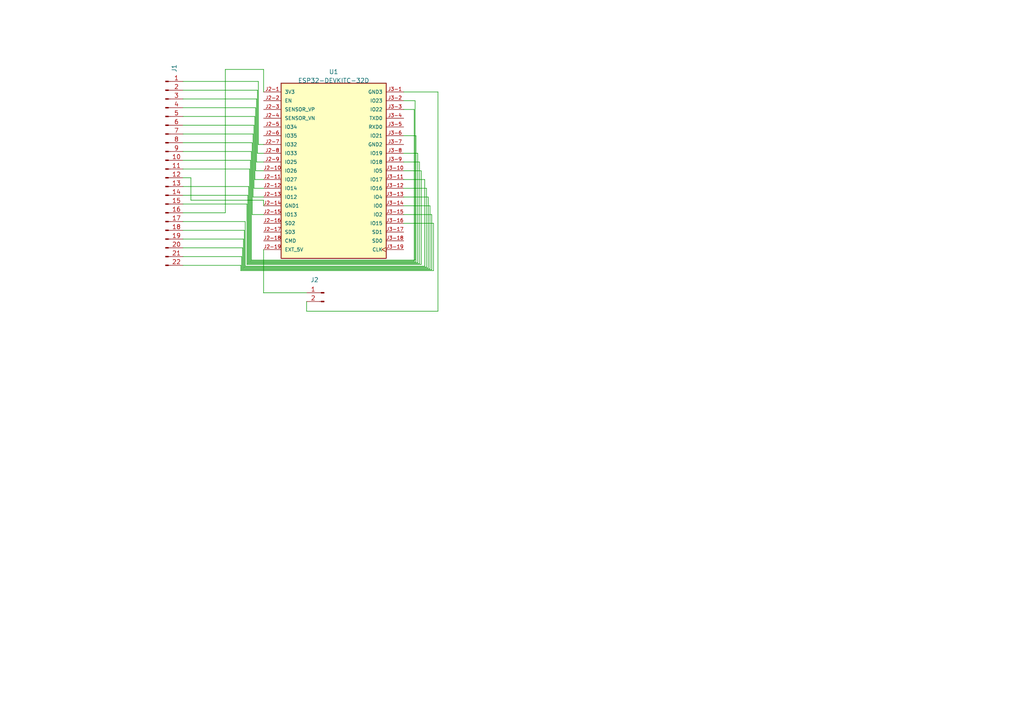
<source format=kicad_sch>
(kicad_sch (version 20230121) (generator eeschema)

  (uuid 983f6912-3102-447c-a297-908b2412ac9d)

  (paper "A4")

  (lib_symbols
    (symbol "Connector:Conn_01x02_Pin" (pin_names (offset 1.016) hide) (in_bom yes) (on_board yes)
      (property "Reference" "J" (at 0 2.54 0)
        (effects (font (size 1.27 1.27)))
      )
      (property "Value" "Conn_01x02_Pin" (at 0 -5.08 0)
        (effects (font (size 1.27 1.27)))
      )
      (property "Footprint" "" (at 0 0 0)
        (effects (font (size 1.27 1.27)) hide)
      )
      (property "Datasheet" "~" (at 0 0 0)
        (effects (font (size 1.27 1.27)) hide)
      )
      (property "ki_locked" "" (at 0 0 0)
        (effects (font (size 1.27 1.27)))
      )
      (property "ki_keywords" "connector" (at 0 0 0)
        (effects (font (size 1.27 1.27)) hide)
      )
      (property "ki_description" "Generic connector, single row, 01x02, script generated" (at 0 0 0)
        (effects (font (size 1.27 1.27)) hide)
      )
      (property "ki_fp_filters" "Connector*:*_1x??_*" (at 0 0 0)
        (effects (font (size 1.27 1.27)) hide)
      )
      (symbol "Conn_01x02_Pin_1_1"
        (polyline
          (pts
            (xy 1.27 -2.54)
            (xy 0.8636 -2.54)
          )
          (stroke (width 0.1524) (type default))
          (fill (type none))
        )
        (polyline
          (pts
            (xy 1.27 0)
            (xy 0.8636 0)
          )
          (stroke (width 0.1524) (type default))
          (fill (type none))
        )
        (rectangle (start 0.8636 -2.413) (end 0 -2.667)
          (stroke (width 0.1524) (type default))
          (fill (type outline))
        )
        (rectangle (start 0.8636 0.127) (end 0 -0.127)
          (stroke (width 0.1524) (type default))
          (fill (type outline))
        )
        (pin passive line (at 5.08 0 180) (length 3.81)
          (name "Pin_1" (effects (font (size 1.27 1.27))))
          (number "1" (effects (font (size 1.27 1.27))))
        )
        (pin passive line (at 5.08 -2.54 180) (length 3.81)
          (name "Pin_2" (effects (font (size 1.27 1.27))))
          (number "2" (effects (font (size 1.27 1.27))))
        )
      )
    )
    (symbol "Connector:Conn_01x22_Pin" (pin_names (offset 1.016) hide) (in_bom yes) (on_board yes)
      (property "Reference" "J" (at 0 27.94 0)
        (effects (font (size 1.27 1.27)))
      )
      (property "Value" "Conn_01x22_Pin" (at 0 -30.48 0)
        (effects (font (size 1.27 1.27)))
      )
      (property "Footprint" "" (at 0 0 0)
        (effects (font (size 1.27 1.27)) hide)
      )
      (property "Datasheet" "~" (at 0 0 0)
        (effects (font (size 1.27 1.27)) hide)
      )
      (property "ki_locked" "" (at 0 0 0)
        (effects (font (size 1.27 1.27)))
      )
      (property "ki_keywords" "connector" (at 0 0 0)
        (effects (font (size 1.27 1.27)) hide)
      )
      (property "ki_description" "Generic connector, single row, 01x22, script generated" (at 0 0 0)
        (effects (font (size 1.27 1.27)) hide)
      )
      (property "ki_fp_filters" "Connector*:*_1x??_*" (at 0 0 0)
        (effects (font (size 1.27 1.27)) hide)
      )
      (symbol "Conn_01x22_Pin_1_1"
        (polyline
          (pts
            (xy 1.27 -27.94)
            (xy 0.8636 -27.94)
          )
          (stroke (width 0.1524) (type default))
          (fill (type none))
        )
        (polyline
          (pts
            (xy 1.27 -25.4)
            (xy 0.8636 -25.4)
          )
          (stroke (width 0.1524) (type default))
          (fill (type none))
        )
        (polyline
          (pts
            (xy 1.27 -22.86)
            (xy 0.8636 -22.86)
          )
          (stroke (width 0.1524) (type default))
          (fill (type none))
        )
        (polyline
          (pts
            (xy 1.27 -20.32)
            (xy 0.8636 -20.32)
          )
          (stroke (width 0.1524) (type default))
          (fill (type none))
        )
        (polyline
          (pts
            (xy 1.27 -17.78)
            (xy 0.8636 -17.78)
          )
          (stroke (width 0.1524) (type default))
          (fill (type none))
        )
        (polyline
          (pts
            (xy 1.27 -15.24)
            (xy 0.8636 -15.24)
          )
          (stroke (width 0.1524) (type default))
          (fill (type none))
        )
        (polyline
          (pts
            (xy 1.27 -12.7)
            (xy 0.8636 -12.7)
          )
          (stroke (width 0.1524) (type default))
          (fill (type none))
        )
        (polyline
          (pts
            (xy 1.27 -10.16)
            (xy 0.8636 -10.16)
          )
          (stroke (width 0.1524) (type default))
          (fill (type none))
        )
        (polyline
          (pts
            (xy 1.27 -7.62)
            (xy 0.8636 -7.62)
          )
          (stroke (width 0.1524) (type default))
          (fill (type none))
        )
        (polyline
          (pts
            (xy 1.27 -5.08)
            (xy 0.8636 -5.08)
          )
          (stroke (width 0.1524) (type default))
          (fill (type none))
        )
        (polyline
          (pts
            (xy 1.27 -2.54)
            (xy 0.8636 -2.54)
          )
          (stroke (width 0.1524) (type default))
          (fill (type none))
        )
        (polyline
          (pts
            (xy 1.27 0)
            (xy 0.8636 0)
          )
          (stroke (width 0.1524) (type default))
          (fill (type none))
        )
        (polyline
          (pts
            (xy 1.27 2.54)
            (xy 0.8636 2.54)
          )
          (stroke (width 0.1524) (type default))
          (fill (type none))
        )
        (polyline
          (pts
            (xy 1.27 5.08)
            (xy 0.8636 5.08)
          )
          (stroke (width 0.1524) (type default))
          (fill (type none))
        )
        (polyline
          (pts
            (xy 1.27 7.62)
            (xy 0.8636 7.62)
          )
          (stroke (width 0.1524) (type default))
          (fill (type none))
        )
        (polyline
          (pts
            (xy 1.27 10.16)
            (xy 0.8636 10.16)
          )
          (stroke (width 0.1524) (type default))
          (fill (type none))
        )
        (polyline
          (pts
            (xy 1.27 12.7)
            (xy 0.8636 12.7)
          )
          (stroke (width 0.1524) (type default))
          (fill (type none))
        )
        (polyline
          (pts
            (xy 1.27 15.24)
            (xy 0.8636 15.24)
          )
          (stroke (width 0.1524) (type default))
          (fill (type none))
        )
        (polyline
          (pts
            (xy 1.27 17.78)
            (xy 0.8636 17.78)
          )
          (stroke (width 0.1524) (type default))
          (fill (type none))
        )
        (polyline
          (pts
            (xy 1.27 20.32)
            (xy 0.8636 20.32)
          )
          (stroke (width 0.1524) (type default))
          (fill (type none))
        )
        (polyline
          (pts
            (xy 1.27 22.86)
            (xy 0.8636 22.86)
          )
          (stroke (width 0.1524) (type default))
          (fill (type none))
        )
        (polyline
          (pts
            (xy 1.27 25.4)
            (xy 0.8636 25.4)
          )
          (stroke (width 0.1524) (type default))
          (fill (type none))
        )
        (rectangle (start 0.8636 -27.813) (end 0 -28.067)
          (stroke (width 0.1524) (type default))
          (fill (type outline))
        )
        (rectangle (start 0.8636 -25.273) (end 0 -25.527)
          (stroke (width 0.1524) (type default))
          (fill (type outline))
        )
        (rectangle (start 0.8636 -22.733) (end 0 -22.987)
          (stroke (width 0.1524) (type default))
          (fill (type outline))
        )
        (rectangle (start 0.8636 -20.193) (end 0 -20.447)
          (stroke (width 0.1524) (type default))
          (fill (type outline))
        )
        (rectangle (start 0.8636 -17.653) (end 0 -17.907)
          (stroke (width 0.1524) (type default))
          (fill (type outline))
        )
        (rectangle (start 0.8636 -15.113) (end 0 -15.367)
          (stroke (width 0.1524) (type default))
          (fill (type outline))
        )
        (rectangle (start 0.8636 -12.573) (end 0 -12.827)
          (stroke (width 0.1524) (type default))
          (fill (type outline))
        )
        (rectangle (start 0.8636 -10.033) (end 0 -10.287)
          (stroke (width 0.1524) (type default))
          (fill (type outline))
        )
        (rectangle (start 0.8636 -7.493) (end 0 -7.747)
          (stroke (width 0.1524) (type default))
          (fill (type outline))
        )
        (rectangle (start 0.8636 -4.953) (end 0 -5.207)
          (stroke (width 0.1524) (type default))
          (fill (type outline))
        )
        (rectangle (start 0.8636 -2.413) (end 0 -2.667)
          (stroke (width 0.1524) (type default))
          (fill (type outline))
        )
        (rectangle (start 0.8636 0.127) (end 0 -0.127)
          (stroke (width 0.1524) (type default))
          (fill (type outline))
        )
        (rectangle (start 0.8636 2.667) (end 0 2.413)
          (stroke (width 0.1524) (type default))
          (fill (type outline))
        )
        (rectangle (start 0.8636 5.207) (end 0 4.953)
          (stroke (width 0.1524) (type default))
          (fill (type outline))
        )
        (rectangle (start 0.8636 7.747) (end 0 7.493)
          (stroke (width 0.1524) (type default))
          (fill (type outline))
        )
        (rectangle (start 0.8636 10.287) (end 0 10.033)
          (stroke (width 0.1524) (type default))
          (fill (type outline))
        )
        (rectangle (start 0.8636 12.827) (end 0 12.573)
          (stroke (width 0.1524) (type default))
          (fill (type outline))
        )
        (rectangle (start 0.8636 15.367) (end 0 15.113)
          (stroke (width 0.1524) (type default))
          (fill (type outline))
        )
        (rectangle (start 0.8636 17.907) (end 0 17.653)
          (stroke (width 0.1524) (type default))
          (fill (type outline))
        )
        (rectangle (start 0.8636 20.447) (end 0 20.193)
          (stroke (width 0.1524) (type default))
          (fill (type outline))
        )
        (rectangle (start 0.8636 22.987) (end 0 22.733)
          (stroke (width 0.1524) (type default))
          (fill (type outline))
        )
        (rectangle (start 0.8636 25.527) (end 0 25.273)
          (stroke (width 0.1524) (type default))
          (fill (type outline))
        )
        (pin passive line (at 5.08 25.4 180) (length 3.81)
          (name "Pin_1" (effects (font (size 1.27 1.27))))
          (number "1" (effects (font (size 1.27 1.27))))
        )
        (pin passive line (at 5.08 2.54 180) (length 3.81)
          (name "Pin_10" (effects (font (size 1.27 1.27))))
          (number "10" (effects (font (size 1.27 1.27))))
        )
        (pin passive line (at 5.08 0 180) (length 3.81)
          (name "Pin_11" (effects (font (size 1.27 1.27))))
          (number "11" (effects (font (size 1.27 1.27))))
        )
        (pin passive line (at 5.08 -2.54 180) (length 3.81)
          (name "Pin_12" (effects (font (size 1.27 1.27))))
          (number "12" (effects (font (size 1.27 1.27))))
        )
        (pin passive line (at 5.08 -5.08 180) (length 3.81)
          (name "Pin_13" (effects (font (size 1.27 1.27))))
          (number "13" (effects (font (size 1.27 1.27))))
        )
        (pin passive line (at 5.08 -7.62 180) (length 3.81)
          (name "Pin_14" (effects (font (size 1.27 1.27))))
          (number "14" (effects (font (size 1.27 1.27))))
        )
        (pin passive line (at 5.08 -10.16 180) (length 3.81)
          (name "Pin_15" (effects (font (size 1.27 1.27))))
          (number "15" (effects (font (size 1.27 1.27))))
        )
        (pin passive line (at 5.08 -12.7 180) (length 3.81)
          (name "Pin_16" (effects (font (size 1.27 1.27))))
          (number "16" (effects (font (size 1.27 1.27))))
        )
        (pin passive line (at 5.08 -15.24 180) (length 3.81)
          (name "Pin_17" (effects (font (size 1.27 1.27))))
          (number "17" (effects (font (size 1.27 1.27))))
        )
        (pin passive line (at 5.08 -17.78 180) (length 3.81)
          (name "Pin_18" (effects (font (size 1.27 1.27))))
          (number "18" (effects (font (size 1.27 1.27))))
        )
        (pin passive line (at 5.08 -20.32 180) (length 3.81)
          (name "Pin_19" (effects (font (size 1.27 1.27))))
          (number "19" (effects (font (size 1.27 1.27))))
        )
        (pin passive line (at 5.08 22.86 180) (length 3.81)
          (name "Pin_2" (effects (font (size 1.27 1.27))))
          (number "2" (effects (font (size 1.27 1.27))))
        )
        (pin passive line (at 5.08 -22.86 180) (length 3.81)
          (name "Pin_20" (effects (font (size 1.27 1.27))))
          (number "20" (effects (font (size 1.27 1.27))))
        )
        (pin passive line (at 5.08 -25.4 180) (length 3.81)
          (name "Pin_21" (effects (font (size 1.27 1.27))))
          (number "21" (effects (font (size 1.27 1.27))))
        )
        (pin passive line (at 5.08 -27.94 180) (length 3.81)
          (name "Pin_22" (effects (font (size 1.27 1.27))))
          (number "22" (effects (font (size 1.27 1.27))))
        )
        (pin passive line (at 5.08 20.32 180) (length 3.81)
          (name "Pin_3" (effects (font (size 1.27 1.27))))
          (number "3" (effects (font (size 1.27 1.27))))
        )
        (pin passive line (at 5.08 17.78 180) (length 3.81)
          (name "Pin_4" (effects (font (size 1.27 1.27))))
          (number "4" (effects (font (size 1.27 1.27))))
        )
        (pin passive line (at 5.08 15.24 180) (length 3.81)
          (name "Pin_5" (effects (font (size 1.27 1.27))))
          (number "5" (effects (font (size 1.27 1.27))))
        )
        (pin passive line (at 5.08 12.7 180) (length 3.81)
          (name "Pin_6" (effects (font (size 1.27 1.27))))
          (number "6" (effects (font (size 1.27 1.27))))
        )
        (pin passive line (at 5.08 10.16 180) (length 3.81)
          (name "Pin_7" (effects (font (size 1.27 1.27))))
          (number "7" (effects (font (size 1.27 1.27))))
        )
        (pin passive line (at 5.08 7.62 180) (length 3.81)
          (name "Pin_8" (effects (font (size 1.27 1.27))))
          (number "8" (effects (font (size 1.27 1.27))))
        )
        (pin passive line (at 5.08 5.08 180) (length 3.81)
          (name "Pin_9" (effects (font (size 1.27 1.27))))
          (number "9" (effects (font (size 1.27 1.27))))
        )
      )
    )
    (symbol "ESP32 38-PIN:ESP32-DEVKITC-32D" (pin_names (offset 1.016)) (in_bom yes) (on_board yes)
      (property "Reference" "U" (at -15.2572 26.0643 0)
        (effects (font (size 1.27 1.27)) (justify left bottom))
      )
      (property "Value" "ESP32-DEVKITC-32D" (at -15.2563 -27.9698 0)
        (effects (font (size 1.27 1.27)) (justify left bottom))
      )
      (property "Footprint" "ESP32-DEVKITC-32D:MODULE_ESP32-DEVKITC-32D" (at 0 0 0)
        (effects (font (size 1.27 1.27)) (justify bottom) hide)
      )
      (property "Datasheet" "" (at 0 0 0)
        (effects (font (size 1.27 1.27)) hide)
      )
      (property "MF" "Espressif Systems" (at 0 0 0)
        (effects (font (size 1.27 1.27)) (justify bottom) hide)
      )
      (property "MAXIMUM_PACKAGE_HEIGHT" "N/A" (at 0 0 0)
        (effects (font (size 1.27 1.27)) (justify bottom) hide)
      )
      (property "Package" "None" (at 0 0 0)
        (effects (font (size 1.27 1.27)) (justify bottom) hide)
      )
      (property "Price" "None" (at 0 0 0)
        (effects (font (size 1.27 1.27)) (justify bottom) hide)
      )
      (property "Check_prices" "https://www.snapeda.com/parts/ESP32-DEVKITC-32D/Espressif+Systems/view-part/?ref=eda" (at 0 0 0)
        (effects (font (size 1.27 1.27)) (justify bottom) hide)
      )
      (property "STANDARD" "Manufacturer Recommendations" (at 0 0 0)
        (effects (font (size 1.27 1.27)) (justify bottom) hide)
      )
      (property "PARTREV" "V4" (at 0 0 0)
        (effects (font (size 1.27 1.27)) (justify bottom) hide)
      )
      (property "SnapEDA_Link" "https://www.snapeda.com/parts/ESP32-DEVKITC-32D/Espressif+Systems/view-part/?ref=snap" (at 0 0 0)
        (effects (font (size 1.27 1.27)) (justify bottom) hide)
      )
      (property "MP" "ESP32-DEVKITC-32D" (at 0 0 0)
        (effects (font (size 1.27 1.27)) (justify bottom) hide)
      )
      (property "Description" "\nWiFi Development Tools (802.11) ESP32 General Development Kit, ESP32-WROOM-32D on the board\n" (at 0 0 0)
        (effects (font (size 1.27 1.27)) (justify bottom) hide)
      )
      (property "MANUFACTURER" "Espressif Systems" (at 0 0 0)
        (effects (font (size 1.27 1.27)) (justify bottom) hide)
      )
      (property "Availability" "In Stock" (at 0 0 0)
        (effects (font (size 1.27 1.27)) (justify bottom) hide)
      )
      (property "SNAPEDA_PN" "ESP32-DEVKITC-32D" (at 0 0 0)
        (effects (font (size 1.27 1.27)) (justify bottom) hide)
      )
      (symbol "ESP32-DEVKITC-32D_0_0"
        (rectangle (start -15.24 -25.4) (end 15.24 25.4)
          (stroke (width 0.254) (type default))
          (fill (type background))
        )
        (pin power_in line (at -20.32 22.86 0) (length 5.08)
          (name "3V3" (effects (font (size 1.016 1.016))))
          (number "J2-1" (effects (font (size 1.016 1.016))))
        )
        (pin bidirectional line (at -20.32 0 0) (length 5.08)
          (name "IO26" (effects (font (size 1.016 1.016))))
          (number "J2-10" (effects (font (size 1.016 1.016))))
        )
        (pin bidirectional line (at -20.32 -2.54 0) (length 5.08)
          (name "IO27" (effects (font (size 1.016 1.016))))
          (number "J2-11" (effects (font (size 1.016 1.016))))
        )
        (pin bidirectional line (at -20.32 -5.08 0) (length 5.08)
          (name "IO14" (effects (font (size 1.016 1.016))))
          (number "J2-12" (effects (font (size 1.016 1.016))))
        )
        (pin bidirectional line (at -20.32 -7.62 0) (length 5.08)
          (name "IO12" (effects (font (size 1.016 1.016))))
          (number "J2-13" (effects (font (size 1.016 1.016))))
        )
        (pin power_in line (at -20.32 -10.16 0) (length 5.08)
          (name "GND1" (effects (font (size 1.016 1.016))))
          (number "J2-14" (effects (font (size 1.016 1.016))))
        )
        (pin bidirectional line (at -20.32 -12.7 0) (length 5.08)
          (name "IO13" (effects (font (size 1.016 1.016))))
          (number "J2-15" (effects (font (size 1.016 1.016))))
        )
        (pin bidirectional line (at -20.32 -15.24 0) (length 5.08)
          (name "SD2" (effects (font (size 1.016 1.016))))
          (number "J2-16" (effects (font (size 1.016 1.016))))
        )
        (pin bidirectional line (at -20.32 -17.78 0) (length 5.08)
          (name "SD3" (effects (font (size 1.016 1.016))))
          (number "J2-17" (effects (font (size 1.016 1.016))))
        )
        (pin bidirectional line (at -20.32 -20.32 0) (length 5.08)
          (name "CMD" (effects (font (size 1.016 1.016))))
          (number "J2-18" (effects (font (size 1.016 1.016))))
        )
        (pin power_in line (at -20.32 -22.86 0) (length 5.08)
          (name "EXT_5V" (effects (font (size 1.016 1.016))))
          (number "J2-19" (effects (font (size 1.016 1.016))))
        )
        (pin input line (at -20.32 20.32 0) (length 5.08)
          (name "EN" (effects (font (size 1.016 1.016))))
          (number "J2-2" (effects (font (size 1.016 1.016))))
        )
        (pin input line (at -20.32 17.78 0) (length 5.08)
          (name "SENSOR_VP" (effects (font (size 1.016 1.016))))
          (number "J2-3" (effects (font (size 1.016 1.016))))
        )
        (pin input line (at -20.32 15.24 0) (length 5.08)
          (name "SENSOR_VN" (effects (font (size 1.016 1.016))))
          (number "J2-4" (effects (font (size 1.016 1.016))))
        )
        (pin bidirectional line (at -20.32 12.7 0) (length 5.08)
          (name "IO34" (effects (font (size 1.016 1.016))))
          (number "J2-5" (effects (font (size 1.016 1.016))))
        )
        (pin bidirectional line (at -20.32 10.16 0) (length 5.08)
          (name "IO35" (effects (font (size 1.016 1.016))))
          (number "J2-6" (effects (font (size 1.016 1.016))))
        )
        (pin bidirectional line (at -20.32 7.62 0) (length 5.08)
          (name "IO32" (effects (font (size 1.016 1.016))))
          (number "J2-7" (effects (font (size 1.016 1.016))))
        )
        (pin bidirectional line (at -20.32 5.08 0) (length 5.08)
          (name "IO33" (effects (font (size 1.016 1.016))))
          (number "J2-8" (effects (font (size 1.016 1.016))))
        )
        (pin bidirectional line (at -20.32 2.54 0) (length 5.08)
          (name "IO25" (effects (font (size 1.016 1.016))))
          (number "J2-9" (effects (font (size 1.016 1.016))))
        )
        (pin power_in line (at 20.32 22.86 180) (length 5.08)
          (name "GND3" (effects (font (size 1.016 1.016))))
          (number "J3-1" (effects (font (size 1.016 1.016))))
        )
        (pin bidirectional line (at 20.32 0 180) (length 5.08)
          (name "IO5" (effects (font (size 1.016 1.016))))
          (number "J3-10" (effects (font (size 1.016 1.016))))
        )
        (pin bidirectional line (at 20.32 -2.54 180) (length 5.08)
          (name "IO17" (effects (font (size 1.016 1.016))))
          (number "J3-11" (effects (font (size 1.016 1.016))))
        )
        (pin bidirectional line (at 20.32 -5.08 180) (length 5.08)
          (name "IO16" (effects (font (size 1.016 1.016))))
          (number "J3-12" (effects (font (size 1.016 1.016))))
        )
        (pin bidirectional line (at 20.32 -7.62 180) (length 5.08)
          (name "IO4" (effects (font (size 1.016 1.016))))
          (number "J3-13" (effects (font (size 1.016 1.016))))
        )
        (pin bidirectional line (at 20.32 -10.16 180) (length 5.08)
          (name "IO0" (effects (font (size 1.016 1.016))))
          (number "J3-14" (effects (font (size 1.016 1.016))))
        )
        (pin bidirectional line (at 20.32 -12.7 180) (length 5.08)
          (name "IO2" (effects (font (size 1.016 1.016))))
          (number "J3-15" (effects (font (size 1.016 1.016))))
        )
        (pin bidirectional line (at 20.32 -15.24 180) (length 5.08)
          (name "IO15" (effects (font (size 1.016 1.016))))
          (number "J3-16" (effects (font (size 1.016 1.016))))
        )
        (pin bidirectional line (at 20.32 -17.78 180) (length 5.08)
          (name "SD1" (effects (font (size 1.016 1.016))))
          (number "J3-17" (effects (font (size 1.016 1.016))))
        )
        (pin bidirectional line (at 20.32 -20.32 180) (length 5.08)
          (name "SD0" (effects (font (size 1.016 1.016))))
          (number "J3-18" (effects (font (size 1.016 1.016))))
        )
        (pin input clock (at 20.32 -22.86 180) (length 5.08)
          (name "CLK" (effects (font (size 1.016 1.016))))
          (number "J3-19" (effects (font (size 1.016 1.016))))
        )
        (pin bidirectional line (at 20.32 20.32 180) (length 5.08)
          (name "IO23" (effects (font (size 1.016 1.016))))
          (number "J3-2" (effects (font (size 1.016 1.016))))
        )
        (pin bidirectional line (at 20.32 17.78 180) (length 5.08)
          (name "IO22" (effects (font (size 1.016 1.016))))
          (number "J3-3" (effects (font (size 1.016 1.016))))
        )
        (pin output line (at 20.32 15.24 180) (length 5.08)
          (name "TXD0" (effects (font (size 1.016 1.016))))
          (number "J3-4" (effects (font (size 1.016 1.016))))
        )
        (pin input line (at 20.32 12.7 180) (length 5.08)
          (name "RXD0" (effects (font (size 1.016 1.016))))
          (number "J3-5" (effects (font (size 1.016 1.016))))
        )
        (pin bidirectional line (at 20.32 10.16 180) (length 5.08)
          (name "IO21" (effects (font (size 1.016 1.016))))
          (number "J3-6" (effects (font (size 1.016 1.016))))
        )
        (pin power_in line (at 20.32 7.62 180) (length 5.08)
          (name "GND2" (effects (font (size 1.016 1.016))))
          (number "J3-7" (effects (font (size 1.016 1.016))))
        )
        (pin bidirectional line (at 20.32 5.08 180) (length 5.08)
          (name "IO19" (effects (font (size 1.016 1.016))))
          (number "J3-8" (effects (font (size 1.016 1.016))))
        )
        (pin bidirectional line (at 20.32 2.54 180) (length 5.08)
          (name "IO18" (effects (font (size 1.016 1.016))))
          (number "J3-9" (effects (font (size 1.016 1.016))))
        )
      )
    )
  )


  (wire (pts (xy 74.93 41.91) (xy 76.454 41.91))
    (stroke (width 0) (type default))
    (uuid 008f9180-7130-443f-bb50-26b357e447c2)
  )
  (wire (pts (xy 53.086 71.882) (xy 70.358 71.882))
    (stroke (width 0) (type default))
    (uuid 030429ab-33f0-4891-b60e-b63da5a8c232)
  )
  (wire (pts (xy 124.714 59.69) (xy 117.094 59.69))
    (stroke (width 0) (type default))
    (uuid 0a9a1b4d-d539-41c7-bac2-36a0f29b369b)
  )
  (wire (pts (xy 71.628 76.708) (xy 122.174 76.708))
    (stroke (width 0) (type default))
    (uuid 12828edf-cb0d-4818-82cc-cbb5354c5c83)
  )
  (wire (pts (xy 123.19 52.07) (xy 123.19 77.216))
    (stroke (width 0) (type default))
    (uuid 14ef3fa9-57d6-4726-924f-a988d6b76cc7)
  )
  (wire (pts (xy 121.666 46.99) (xy 117.094 46.99))
    (stroke (width 0) (type default))
    (uuid 1576f79e-65af-4743-ba4a-357db4341513)
  )
  (wire (pts (xy 76.454 84.9376) (xy 76.4794 84.9376))
    (stroke (width 0) (type default))
    (uuid 1b2a66f5-b78b-4f12-ae1e-5f5bd00928b5)
  )
  (wire (pts (xy 53.086 23.622) (xy 74.93 23.622))
    (stroke (width 0) (type default))
    (uuid 1d4d220f-a1fd-4512-8799-838a7c19fb80)
  )
  (wire (pts (xy 74.676 44.45) (xy 76.454 44.45))
    (stroke (width 0) (type default))
    (uuid 20448a9a-d140-42be-ab5a-f7ce1555bedc)
  )
  (wire (pts (xy 121.158 44.45) (xy 117.094 44.45))
    (stroke (width 0) (type default))
    (uuid 221b3b06-56db-4505-8c59-0dd742bbd54a)
  )
  (wire (pts (xy 53.086 49.022) (xy 72.39 49.022))
    (stroke (width 0) (type default))
    (uuid 28fa9e86-db55-482c-80d2-1f7e8e13d6f8)
  )
  (wire (pts (xy 73.406 38.862) (xy 73.406 57.15))
    (stroke (width 0) (type default))
    (uuid 2c7d1442-8585-48bc-a077-7df25076a3ab)
  )
  (wire (pts (xy 53.086 51.562) (xy 55.372 51.562))
    (stroke (width 0) (type default))
    (uuid 2d3546e5-170c-4f27-bc3b-b81b31214c6e)
  )
  (wire (pts (xy 123.698 54.61) (xy 123.698 77.47))
    (stroke (width 0) (type default))
    (uuid 2d76d223-f4ee-4760-bf63-fb50494f9290)
  )
  (wire (pts (xy 53.086 74.422) (xy 70.104 74.422))
    (stroke (width 0) (type default))
    (uuid 32dddc96-9e90-43e7-b632-e10abfd979e5)
  )
  (wire (pts (xy 53.086 33.782) (xy 73.914 33.782))
    (stroke (width 0) (type default))
    (uuid 335697d0-9446-45d2-bfca-fbb77deaea41)
  )
  (wire (pts (xy 73.152 62.23) (xy 76.454 62.23))
    (stroke (width 0) (type default))
    (uuid 36033e09-41e0-4c97-ae2a-b44e6f339b18)
  )
  (wire (pts (xy 72.39 75.946) (xy 120.65 75.946))
    (stroke (width 0) (type default))
    (uuid 38c91a89-7bdd-4f2f-95a5-82a3c0871286)
  )
  (wire (pts (xy 53.086 41.402) (xy 73.152 41.402))
    (stroke (width 0) (type default))
    (uuid 3a95247a-d58a-49f2-b065-5390b176ea5f)
  )
  (wire (pts (xy 74.422 46.99) (xy 76.454 46.99))
    (stroke (width 0) (type default))
    (uuid 3ae582e8-e376-49c6-900f-9df0ee14841a)
  )
  (wire (pts (xy 71.628 59.182) (xy 71.628 76.708))
    (stroke (width 0) (type default))
    (uuid 3b53dcb3-9e19-4406-b530-759196357dbd)
  )
  (wire (pts (xy 120.65 39.37) (xy 120.65 75.946))
    (stroke (width 0) (type default))
    (uuid 3db1e8e4-e4da-48e2-a585-091a7141cd88)
  )
  (wire (pts (xy 72.136 76.2) (xy 121.158 76.2))
    (stroke (width 0) (type default))
    (uuid 3edd6996-68b8-42d4-8e6b-718c43699462)
  )
  (wire (pts (xy 76.454 20.1422) (xy 76.454 26.67))
    (stroke (width 0) (type default))
    (uuid 410282a2-38fe-4bad-82f0-bb564f5cee5a)
  )
  (wire (pts (xy 124.206 57.15) (xy 124.206 77.724))
    (stroke (width 0) (type default))
    (uuid 45edf525-cc47-4e99-a04f-1e9d1d9cf387)
  )
  (wire (pts (xy 70.612 77.724) (xy 124.206 77.724))
    (stroke (width 0) (type default))
    (uuid 46c23bd9-c759-46c2-8f8a-7d9f92dd2707)
  )
  (wire (pts (xy 74.168 49.53) (xy 76.454 49.53))
    (stroke (width 0) (type default))
    (uuid 476151a3-4fa3-4689-9d36-c4e58845db22)
  )
  (wire (pts (xy 125.222 62.23) (xy 125.222 78.232))
    (stroke (width 0) (type default))
    (uuid 4fe8a90b-b660-4606-abc5-e14a3480cb7f)
  )
  (wire (pts (xy 120.65 39.37) (xy 117.094 39.37))
    (stroke (width 0) (type default))
    (uuid 5443c7f9-5ce8-4ac6-bb05-4aed0ffb48a7)
  )
  (wire (pts (xy 73.66 36.322) (xy 73.66 54.61))
    (stroke (width 0) (type default))
    (uuid 55a00363-1ba4-420c-97be-b78fca18ee12)
  )
  (wire (pts (xy 73.406 38.862) (xy 53.086 38.862))
    (stroke (width 0) (type default))
    (uuid 57edee3a-a78e-4f65-9065-9db50d523bfc)
  )
  (wire (pts (xy 125.73 78.486) (xy 125.73 64.77))
    (stroke (width 0) (type default))
    (uuid 596e0f33-085a-4200-8b55-591c3d870b9a)
  )
  (wire (pts (xy 124.206 57.15) (xy 117.094 57.15))
    (stroke (width 0) (type default))
    (uuid 5b17bc83-e4bd-4879-a370-314cdd35c862)
  )
  (wire (pts (xy 73.406 57.15) (xy 76.454 57.15))
    (stroke (width 0) (type default))
    (uuid 5f472012-4626-4f90-8f4c-0d5b56b8a153)
  )
  (wire (pts (xy 70.866 66.802) (xy 70.866 77.47))
    (stroke (width 0) (type default))
    (uuid 6269db61-9340-43c8-9086-86f7ce60b195)
  )
  (wire (pts (xy 73.152 41.402) (xy 73.152 62.23))
    (stroke (width 0) (type default))
    (uuid 62efde40-8d8a-48e9-b80e-61d562aa5f6f)
  )
  (wire (pts (xy 122.174 49.53) (xy 117.094 49.53))
    (stroke (width 0) (type default))
    (uuid 6644f6b8-d6fe-40d3-a4cd-2613a62a4505)
  )
  (wire (pts (xy 69.85 76.962) (xy 69.85 78.486))
    (stroke (width 0) (type default))
    (uuid 6b7b978d-deca-44fd-9a29-5fc8a1e8e337)
  )
  (wire (pts (xy 53.086 46.482) (xy 72.644 46.482))
    (stroke (width 0) (type default))
    (uuid 6ccfd283-ea40-4ab7-bb47-e24b01a1a5e2)
  )
  (wire (pts (xy 71.882 56.642) (xy 71.882 76.454))
    (stroke (width 0) (type default))
    (uuid 6eee7308-a006-455e-ab1a-ca49e3ce63fc)
  )
  (wire (pts (xy 127.0254 90.2716) (xy 88.9254 90.2716))
    (stroke (width 0) (type default))
    (uuid 7115311c-7c3b-4802-a40d-2dad1209d517)
  )
  (wire (pts (xy 120.142 31.75) (xy 117.094 31.75))
    (stroke (width 0) (type default))
    (uuid 73ef4f19-eff8-4ad1-a240-11b96133c3fe)
  )
  (wire (pts (xy 53.086 61.722) (xy 65.3542 61.722))
    (stroke (width 0) (type default))
    (uuid 741b1483-0bbd-43bc-955d-a5a034e39170)
  )
  (wire (pts (xy 73.66 54.61) (xy 76.454 54.61))
    (stroke (width 0) (type default))
    (uuid 746e00a7-7492-40c4-99e9-870f05a0c940)
  )
  (wire (pts (xy 120.396 29.21) (xy 120.396 75.438))
    (stroke (width 0) (type default))
    (uuid 78b0b6ff-7371-447c-b9ec-9ff3d424652c)
  )
  (wire (pts (xy 53.086 54.102) (xy 72.136 54.102))
    (stroke (width 0) (type default))
    (uuid 7c478bae-4c42-4d58-9c64-92805bc057a6)
  )
  (wire (pts (xy 76.4794 84.9122) (xy 88.9254 84.9122))
    (stroke (width 0) (type default))
    (uuid 81435dc7-3c92-4b97-9a18-49876ecfa223)
  )
  (wire (pts (xy 53.086 31.242) (xy 74.168 31.242))
    (stroke (width 0) (type default))
    (uuid 84117431-5172-4b2c-8c21-4cda969fc15c)
  )
  (wire (pts (xy 70.104 78.232) (xy 125.222 78.232))
    (stroke (width 0) (type default))
    (uuid 8549997c-81a6-4f95-bdbc-e0d2df7822e8)
  )
  (wire (pts (xy 122.174 49.53) (xy 122.174 76.708))
    (stroke (width 0) (type default))
    (uuid 87c9e835-6548-4fd9-a391-cac2bcb6595c)
  )
  (wire (pts (xy 55.372 51.562) (xy 55.372 58.0644))
    (stroke (width 0) (type default))
    (uuid 8a057404-0ec1-4f99-b5cd-71ca81b587d6)
  )
  (wire (pts (xy 70.104 74.422) (xy 70.104 78.232))
    (stroke (width 0) (type default))
    (uuid 92836840-d0eb-4f4d-9520-0f4784d78006)
  )
  (wire (pts (xy 69.85 78.486) (xy 125.73 78.486))
    (stroke (width 0) (type default))
    (uuid 9325a6db-640c-4ef6-984a-15cc5009b286)
  )
  (wire (pts (xy 70.866 77.47) (xy 123.698 77.47))
    (stroke (width 0) (type default))
    (uuid 9438f9bc-b776-40ab-bbd2-26394f2ae08e)
  )
  (wire (pts (xy 72.644 75.692) (xy 120.142 75.692))
    (stroke (width 0) (type default))
    (uuid 9589263a-e031-4245-9afa-f84f2e5fb5f3)
  )
  (wire (pts (xy 88.9254 90.2716) (xy 88.9254 87.4522))
    (stroke (width 0) (type default))
    (uuid 99ef6a6c-7975-442a-b660-cb3410b9ae86)
  )
  (wire (pts (xy 120.396 29.21) (xy 117.094 29.21))
    (stroke (width 0) (type default))
    (uuid 9d103374-891a-436c-8840-ba6826beb069)
  )
  (wire (pts (xy 53.086 59.182) (xy 71.628 59.182))
    (stroke (width 0) (type default))
    (uuid 9d4e9ed1-f773-4c08-90e4-d3141c8bad45)
  )
  (wire (pts (xy 127.0254 26.67) (xy 127.0254 90.2716))
    (stroke (width 0) (type default))
    (uuid 9e1dd800-fa3c-4586-9649-cfaf726026bc)
  )
  (wire (pts (xy 125.73 64.77) (xy 117.094 64.77))
    (stroke (width 0) (type default))
    (uuid a3882e0f-3501-4ef9-869d-17477b9c87d9)
  )
  (wire (pts (xy 53.086 36.322) (xy 73.66 36.322))
    (stroke (width 0) (type default))
    (uuid a42ab28b-0b35-474e-bb53-2db859992f33)
  )
  (wire (pts (xy 76.454 72.39) (xy 76.454 84.9376))
    (stroke (width 0) (type default))
    (uuid a7612b46-ceaf-4ce2-a932-a1e17a3018fe)
  )
  (wire (pts (xy 53.086 43.942) (xy 72.898 43.942))
    (stroke (width 0) (type default))
    (uuid a76df447-ff86-4224-82ae-c6f3934f5848)
  )
  (wire (pts (xy 72.644 46.482) (xy 72.644 75.692))
    (stroke (width 0) (type default))
    (uuid a9f0ec1a-3800-463a-92c1-f2bbb8d9a440)
  )
  (wire (pts (xy 72.898 43.942) (xy 72.898 75.438))
    (stroke (width 0) (type default))
    (uuid b1ffb2c4-c1de-4433-a3eb-00939edfc058)
  )
  (wire (pts (xy 73.914 33.782) (xy 73.914 52.07))
    (stroke (width 0) (type default))
    (uuid b31cbffa-74c3-4a88-9794-e33b37c20f8d)
  )
  (wire (pts (xy 72.898 75.438) (xy 120.396 75.438))
    (stroke (width 0) (type default))
    (uuid bc9ea40e-cba0-4e66-a338-ae1f3079e0fb)
  )
  (wire (pts (xy 72.136 54.102) (xy 72.136 76.2))
    (stroke (width 0) (type default))
    (uuid c04a7eb1-f3b9-456b-aef6-f63791a5ad5a)
  )
  (wire (pts (xy 65.3542 61.722) (xy 65.3542 20.1422))
    (stroke (width 0) (type default))
    (uuid c22afa14-6006-406b-8e5b-315bc5fe62f0)
  )
  (wire (pts (xy 53.086 64.262) (xy 71.12 64.262))
    (stroke (width 0) (type default))
    (uuid c3fc74d7-4d7e-4033-866e-b099fefc2593)
  )
  (wire (pts (xy 123.698 54.61) (xy 117.094 54.61))
    (stroke (width 0) (type default))
    (uuid c8a70d07-41ea-459b-9ca6-0166fe2509d6)
  )
  (wire (pts (xy 73.914 52.07) (xy 76.454 52.07))
    (stroke (width 0) (type default))
    (uuid d1e1fd08-9bf3-4428-b1b3-ceb2ede1749b)
  )
  (wire (pts (xy 53.086 28.702) (xy 74.422 28.702))
    (stroke (width 0) (type default))
    (uuid d400d16f-6125-4df5-9de5-f7fbdba6afb2)
  )
  (wire (pts (xy 70.358 71.882) (xy 70.358 77.978))
    (stroke (width 0) (type default))
    (uuid d7c4436e-99a4-4e80-abda-47101c1a780c)
  )
  (wire (pts (xy 125.222 62.23) (xy 117.094 62.23))
    (stroke (width 0) (type default))
    (uuid d81b8cfa-9b48-4870-afd3-02a7a9f385d8)
  )
  (wire (pts (xy 71.882 76.454) (xy 121.666 76.454))
    (stroke (width 0) (type default))
    (uuid d8adadb7-2440-4fd4-9952-697856b68566)
  )
  (wire (pts (xy 55.372 58.0644) (xy 76.454 58.0644))
    (stroke (width 0) (type default))
    (uuid da30b059-47b1-4bdd-a17a-a027acaac1e8)
  )
  (wire (pts (xy 123.19 52.07) (xy 117.094 52.07))
    (stroke (width 0) (type default))
    (uuid db0633e5-fa6c-4b1e-b001-11f750866b33)
  )
  (wire (pts (xy 53.086 69.342) (xy 70.612 69.342))
    (stroke (width 0) (type default))
    (uuid dc3193dd-4d7e-403b-a1f6-6437ec4ce47a)
  )
  (wire (pts (xy 74.676 26.162) (xy 74.676 44.45))
    (stroke (width 0) (type default))
    (uuid dd4a178e-a6cd-48e2-a067-9d787b62396f)
  )
  (wire (pts (xy 70.358 77.978) (xy 124.714 77.978))
    (stroke (width 0) (type default))
    (uuid de56e7ec-2350-40de-8e6b-26369829d4e6)
  )
  (wire (pts (xy 53.086 76.962) (xy 69.85 76.962))
    (stroke (width 0) (type default))
    (uuid dffb5bcc-bbb0-4266-bfde-9c0a475a22fd)
  )
  (wire (pts (xy 53.086 56.642) (xy 71.882 56.642))
    (stroke (width 0) (type default))
    (uuid e27c9b89-7fd4-4fd4-a139-c0f64da0cf10)
  )
  (wire (pts (xy 74.168 31.242) (xy 74.168 49.53))
    (stroke (width 0) (type default))
    (uuid e3c379ec-a245-4177-baba-7eb02b60f251)
  )
  (wire (pts (xy 121.158 44.45) (xy 121.158 76.2))
    (stroke (width 0) (type default))
    (uuid e56a4135-c02d-4aa9-8335-2cc45a4e6d2b)
  )
  (wire (pts (xy 71.12 64.262) (xy 71.12 77.216))
    (stroke (width 0) (type default))
    (uuid e80d5a60-e532-4e9f-b099-5f2a9ed7dc1f)
  )
  (wire (pts (xy 76.454 58.0644) (xy 76.454 59.69))
    (stroke (width 0) (type default))
    (uuid e8b98dd2-4518-419e-9b66-13df7ffe9bb9)
  )
  (wire (pts (xy 120.142 31.75) (xy 120.142 75.692))
    (stroke (width 0) (type default))
    (uuid e8c8bd6e-def8-4956-9e83-c746d9b668bf)
  )
  (wire (pts (xy 117.094 26.67) (xy 127.0254 26.67))
    (stroke (width 0) (type default))
    (uuid e92d8183-fb3d-4e47-84c5-26b821971a47)
  )
  (wire (pts (xy 53.086 26.162) (xy 74.676 26.162))
    (stroke (width 0) (type default))
    (uuid eb0ee198-ac2c-4893-bd91-8e25b3f13f31)
  )
  (wire (pts (xy 121.666 46.99) (xy 121.666 76.454))
    (stroke (width 0) (type default))
    (uuid eb81484f-d85c-4f02-952d-de729df923fc)
  )
  (wire (pts (xy 74.93 23.622) (xy 74.93 41.91))
    (stroke (width 0) (type default))
    (uuid ecadab5f-3eeb-44c2-a236-148aa4d86b2e)
  )
  (wire (pts (xy 70.612 69.342) (xy 70.612 77.724))
    (stroke (width 0) (type default))
    (uuid ed0bbf17-6f59-4815-8128-b046045515af)
  )
  (wire (pts (xy 53.086 66.802) (xy 70.866 66.802))
    (stroke (width 0) (type default))
    (uuid f29c37f2-bfd8-4e8d-8310-b88f385b1dd7)
  )
  (wire (pts (xy 74.422 28.702) (xy 74.422 46.99))
    (stroke (width 0) (type default))
    (uuid f52e4f5f-0a72-4f43-b331-a602fb49e8a2)
  )
  (wire (pts (xy 65.3542 20.1422) (xy 76.454 20.1422))
    (stroke (width 0) (type default))
    (uuid f821b1f0-7b90-4d2d-ab13-92be66072f48)
  )
  (wire (pts (xy 124.714 59.69) (xy 124.714 77.978))
    (stroke (width 0) (type default))
    (uuid f8cf6f81-1727-4231-af14-d44355749a32)
  )
  (wire (pts (xy 76.4794 84.9376) (xy 76.4794 84.9122))
    (stroke (width 0) (type default))
    (uuid f8def121-2076-49c7-ac61-2a18ee5dab02)
  )
  (wire (pts (xy 72.39 49.022) (xy 72.39 75.946))
    (stroke (width 0) (type default))
    (uuid f91a995a-f377-4254-8ba2-32749d0a967d)
  )
  (wire (pts (xy 71.12 77.216) (xy 123.19 77.216))
    (stroke (width 0) (type default))
    (uuid f98bc7f8-2244-4042-8cc4-927118674f00)
  )

  (symbol (lib_id "ESP32 38-PIN:ESP32-DEVKITC-32D") (at 96.774 49.53 0) (unit 1)
    (in_bom yes) (on_board yes) (dnp no) (fields_autoplaced)
    (uuid 728c4d24-a1f3-4fc3-a5e1-2d26b5ff133b)
    (property "Reference" "U1" (at 96.774 20.828 0)
      (effects (font (size 1.27 1.27)))
    )
    (property "Value" "ESP32-DEVKITC-32D" (at 96.774 23.368 0)
      (effects (font (size 1.27 1.27)))
    )
    (property "Footprint" "ESP32 28-pin:MODULE_ESP32-DEVKITC-32D" (at 96.774 49.53 0)
      (effects (font (size 1.27 1.27)) (justify bottom) hide)
    )
    (property "Datasheet" "" (at 96.774 49.53 0)
      (effects (font (size 1.27 1.27)) hide)
    )
    (property "MF" "Espressif Systems" (at 96.774 49.53 0)
      (effects (font (size 1.27 1.27)) (justify bottom) hide)
    )
    (property "MAXIMUM_PACKAGE_HEIGHT" "N/A" (at 96.774 49.53 0)
      (effects (font (size 1.27 1.27)) (justify bottom) hide)
    )
    (property "Package" "None" (at 96.774 49.53 0)
      (effects (font (size 1.27 1.27)) (justify bottom) hide)
    )
    (property "Price" "None" (at 96.774 49.53 0)
      (effects (font (size 1.27 1.27)) (justify bottom) hide)
    )
    (property "Check_prices" "https://www.snapeda.com/parts/ESP32-DEVKITC-32D/Espressif+Systems/view-part/?ref=eda" (at 96.774 49.53 0)
      (effects (font (size 1.27 1.27)) (justify bottom) hide)
    )
    (property "STANDARD" "Manufacturer Recommendations" (at 96.774 49.53 0)
      (effects (font (size 1.27 1.27)) (justify bottom) hide)
    )
    (property "PARTREV" "V4" (at 96.774 49.53 0)
      (effects (font (size 1.27 1.27)) (justify bottom) hide)
    )
    (property "SnapEDA_Link" "https://www.snapeda.com/parts/ESP32-DEVKITC-32D/Espressif+Systems/view-part/?ref=snap" (at 96.774 49.53 0)
      (effects (font (size 1.27 1.27)) (justify bottom) hide)
    )
    (property "MP" "ESP32-DEVKITC-32D" (at 96.774 49.53 0)
      (effects (font (size 1.27 1.27)) (justify bottom) hide)
    )
    (property "Description" "\nWiFi Development Tools (802.11) ESP32 General Development Kit, ESP32-WROOM-32D on the board\n" (at 96.774 49.53 0)
      (effects (font (size 1.27 1.27)) (justify bottom) hide)
    )
    (property "MANUFACTURER" "Espressif Systems" (at 96.774 49.53 0)
      (effects (font (size 1.27 1.27)) (justify bottom) hide)
    )
    (property "Availability" "In Stock" (at 96.774 49.53 0)
      (effects (font (size 1.27 1.27)) (justify bottom) hide)
    )
    (property "SNAPEDA_PN" "ESP32-DEVKITC-32D" (at 96.774 49.53 0)
      (effects (font (size 1.27 1.27)) (justify bottom) hide)
    )
    (pin "J2-1" (uuid 140c4582-727a-461b-a72c-a2e403d41d93))
    (pin "J2-10" (uuid 8b434427-f9a9-4461-b6a3-9e7d78ebc771))
    (pin "J2-11" (uuid c5c41b77-0128-44dc-860c-1788279ce238))
    (pin "J2-12" (uuid 95374451-0a18-4919-82b7-a25d4eedb9d3))
    (pin "J2-13" (uuid 4679c9fd-818b-4216-8bbe-c5152083930c))
    (pin "J2-14" (uuid 2202d937-7862-409e-ac79-8b124cce0323))
    (pin "J2-15" (uuid 953f19a3-09a8-4d66-9d8e-96919086c948))
    (pin "J2-16" (uuid a7824964-e064-4e75-b1c4-cf1e808602e8))
    (pin "J2-17" (uuid 74cb6f10-933f-4bee-8d52-ffff24b85f05))
    (pin "J2-18" (uuid 8747c6ba-5640-4c40-8982-45b9735dc03e))
    (pin "J2-19" (uuid 760e975d-23dc-416b-a098-d4b56a633f10))
    (pin "J2-2" (uuid 4347d3a6-09e3-46b0-87e2-b1761eee01ee))
    (pin "J2-3" (uuid e2704237-5703-4c3c-8866-3651d5c540e3))
    (pin "J2-4" (uuid 01c30963-079d-49dd-bd99-970ae6c9e631))
    (pin "J2-5" (uuid 7df330f2-46ce-4cec-bd19-0d2515c78092))
    (pin "J2-6" (uuid a58539ae-9bbf-4c20-8c8b-f99cb858f9fb))
    (pin "J2-7" (uuid 5b669301-dab2-46d7-8590-bc66b8398f51))
    (pin "J2-8" (uuid d4a92db9-9073-444e-966c-77eae7589f0c))
    (pin "J2-9" (uuid 78058eb1-9d4d-4133-9190-bade698b15a3))
    (pin "J3-1" (uuid 2971bf3b-ab50-4430-b18d-e905e087d87d))
    (pin "J3-10" (uuid 581a27cf-7650-4ddc-b1fe-efd5a514c243))
    (pin "J3-11" (uuid 106da8fb-d3ac-4ca6-ae28-df77561a3956))
    (pin "J3-12" (uuid 845cbecb-1158-428b-bbef-9e658ee51e80))
    (pin "J3-13" (uuid 3a707e4a-53a6-424d-8052-c96eba23a183))
    (pin "J3-14" (uuid 248786cc-94f7-4479-af03-bd53eb0d95d0))
    (pin "J3-15" (uuid a496dfbe-0519-4c14-b46d-f5b46798c741))
    (pin "J3-16" (uuid dbce94d1-8f92-4717-8ec3-afe8818423de))
    (pin "J3-17" (uuid b7fa86e4-e2d7-41e7-982e-6fc210f729c2))
    (pin "J3-18" (uuid 4731cdd8-d513-4b79-bb3b-28486aed3f09))
    (pin "J3-19" (uuid b907e1c5-d43b-468f-826d-8b7d42b06af9))
    (pin "J3-2" (uuid 8d36eba1-f0de-4ac7-95a7-c45e5afc95cc))
    (pin "J3-3" (uuid 41d3fc2e-24e3-4cad-b8e7-aa2d78a18c53))
    (pin "J3-4" (uuid ae64f5fd-ff00-4889-90ff-b4624ee1ce88))
    (pin "J3-5" (uuid 88915ea6-8b2f-4e38-bb50-ea797b3e7528))
    (pin "J3-6" (uuid 364e835c-f50b-49b9-b8ea-d2c2857e0a18))
    (pin "J3-7" (uuid fa6ce310-a002-4513-9fb6-e84378d0f379))
    (pin "J3-8" (uuid e1e1aa10-3bed-4c20-93ea-47dff7d2c551))
    (pin "J3-9" (uuid 22576674-bbce-4d6e-acd9-01f7cae7592d))
    (instances
      (project "CHESSmate CPU"
        (path "/983f6912-3102-447c-a297-908b2412ac9d"
          (reference "U1") (unit 1)
        )
      )
    )
  )

  (symbol (lib_id "Connector:Conn_01x22_Pin") (at 48.006 49.022 0) (unit 1)
    (in_bom yes) (on_board yes) (dnp no)
    (uuid 9c557059-122b-4ecc-89c6-275225cd518b)
    (property "Reference" "J1" (at 50.546 19.812 90)
      (effects (font (size 1.27 1.27)))
    )
    (property "Value" "Conn_01x22_Pin" (at 51.816 18.542 90)
      (effects (font (size 1.27 1.27)) hide)
    )
    (property "Footprint" "Connector_PinHeader_2.54mm:PinHeader_1x22_P2.54mm_Vertical" (at 48.006 49.022 0)
      (effects (font (size 1.27 1.27)) hide)
    )
    (property "Datasheet" "~" (at 48.006 49.022 0)
      (effects (font (size 1.27 1.27)) hide)
    )
    (pin "1" (uuid eebed8e3-3a86-47f1-8572-2a6a7962124e))
    (pin "10" (uuid a8094210-4fad-4b29-97b7-0255056937f0))
    (pin "11" (uuid 32eadb7b-ccf0-4730-9b61-2b74dc46dc86))
    (pin "12" (uuid 41003769-1b0d-4407-8281-6b2b244bf389))
    (pin "13" (uuid dae19bae-d89e-42c3-916c-18e3ad9bc9d4))
    (pin "14" (uuid 03249627-a350-461a-b077-31974cc5ebe4))
    (pin "15" (uuid b80b3299-67ee-444c-89c6-6779aa3d3026))
    (pin "16" (uuid f9a279e2-d1bc-46c4-adea-f8c3a16b74f3))
    (pin "17" (uuid eb79ed18-ebbc-44da-81e7-dc8c9f474659))
    (pin "18" (uuid 568c5fa1-cf78-4b0b-87b4-7d45bae8c031))
    (pin "19" (uuid fb09cc90-35d8-4ea3-ad5f-9d41dca210c5))
    (pin "2" (uuid c1cc4340-4bec-4f1b-8211-42dcbfc59319))
    (pin "20" (uuid 17ef99f7-a406-4d36-9c9b-ed37ba466a98))
    (pin "21" (uuid e90df183-9817-4df9-85ad-0520fd924451))
    (pin "22" (uuid 988c2101-b85d-4650-b96c-f50360b88fe7))
    (pin "3" (uuid 57d41e55-9d78-4413-b087-5262c6a1b6a1))
    (pin "4" (uuid 11788532-c4da-4269-bc2f-d56dd333948f))
    (pin "5" (uuid 1382ec9d-b224-4d1b-ac30-687d949bc07e))
    (pin "6" (uuid 9753b78c-3e06-4b35-8796-d3fa7c73acbe))
    (pin "7" (uuid a097b498-4512-4955-aa7a-f0ee339c48b0))
    (pin "8" (uuid 424470af-c2b7-4bf6-af14-4ea692cabc98))
    (pin "9" (uuid fef9971e-1164-4bde-8505-3308464a7ec3))
    (instances
      (project "CHESSmate CPU"
        (path "/983f6912-3102-447c-a297-908b2412ac9d"
          (reference "J1") (unit 1)
        )
      )
    )
  )

  (symbol (lib_id "Connector:Conn_01x02_Pin") (at 94.0054 84.9122 0) (mirror y) (unit 1)
    (in_bom yes) (on_board yes) (dnp no)
    (uuid c7d102c8-1dfe-4887-9334-709d00be2e5d)
    (property "Reference" "J2" (at 91.2368 81.1784 0)
      (effects (font (size 1.27 1.27)))
    )
    (property "Value" "Conn_01x02_Pin" (at 93.3704 82.2452 0)
      (effects (font (size 1.27 1.27)) hide)
    )
    (property "Footprint" "Connector_PinHeader_2.54mm:PinHeader_1x02_P2.54mm_Vertical" (at 94.0054 84.9122 0)
      (effects (font (size 1.27 1.27)) hide)
    )
    (property "Datasheet" "~" (at 94.0054 84.9122 0)
      (effects (font (size 1.27 1.27)) hide)
    )
    (pin "1" (uuid e6a1d0a4-011c-460f-a712-6da9863cb961))
    (pin "2" (uuid dac9b8f7-8620-4e42-bb7c-f8ff35622d24))
    (instances
      (project "CHESSmate CPU"
        (path "/983f6912-3102-447c-a297-908b2412ac9d"
          (reference "J2") (unit 1)
        )
      )
    )
  )

  (sheet_instances
    (path "/" (page "1"))
  )
)

</source>
